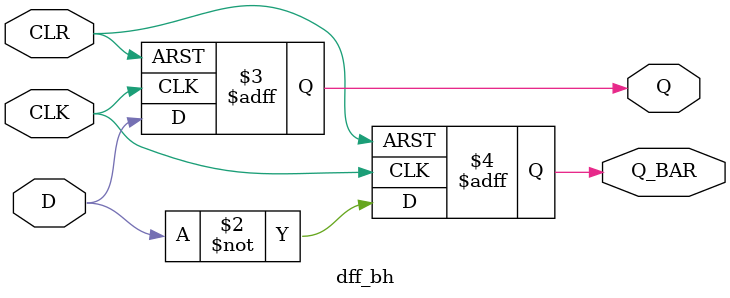
<source format=sv>
module dff_bh (
  // inputs
  input  logic CLK, 
  input  logic CLR,
  input  logic D,
  // outputs
  output logic Q,
  output logic Q_BAR
);
  // logic
  always_ff @(posedge CLK, posedge CLR) begin
    if (CLR) begin
      Q     <=  0;
      Q_BAR <=  1;
    end else begin
      Q     <=  D;
      Q_BAR <= ~D;
    end
  end  

endmodule

</source>
